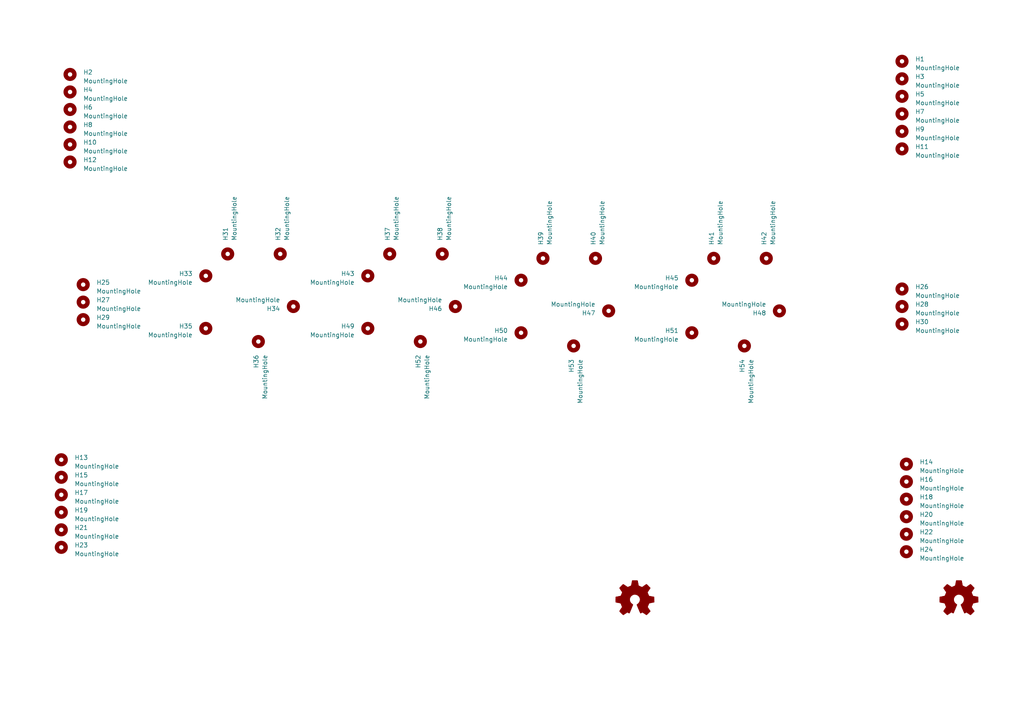
<source format=kicad_sch>
(kicad_sch (version 20210126) (generator eeschema)
  (paper "A4")
  (lib_symbols
    (symbol "Graphic:Logo_Open_Hardware_Small" (pin_names (offset 1.016))
      (symbol "Logo_Open_Hardware_Small_0_1"
        (polyline (pts (xy 3.3528 -4.3434) (xy 3.302 -4.318) (xy 3.175 -4.2418) (xy 2.9972 -4.1148) (xy 2.7686 -3.9624) (xy 2.54 -3.81) (xy 2.3622 -3.7084) (xy 2.2352 -3.6068) (xy 2.1844 -3.5814) (xy 2.159 -3.6068) (xy 2.0574 -3.6576) (xy 1.905 -3.7338) (xy 1.8034 -3.7846) (xy 1.6764 -3.8354) (xy 1.6002 -3.8354) (xy 1.6002 -3.8354) (xy 1.5494 -3.7338) (xy 1.4732 -3.5306) (xy 1.3462 -3.302) (xy 1.2446 -3.0226) (xy 1.1176 -2.7178) (xy 0.9652 -2.413) (xy 0.8636 -2.1082) (xy 0.7366 -1.8288) (xy 0.6604 -1.6256) (xy 0.6096 -1.4732) (xy 0.5842 -1.397) (xy 0.5842 -1.397) (xy 0.6604 -1.3208) (xy 0.7874 -1.2446) (xy 1.0414 -1.016) (xy 1.2954 -0.6858) (xy 1.4478 -0.3302) (xy 1.524 0.0762) (xy 1.4732 0.4572) (xy 1.3208 0.8128) (xy 1.0668 1.143) (xy 0.762 1.3716) (xy 0.4064 1.524) (xy 0 1.5748) (xy -0.381 1.5494) (xy -0.7366 1.397) (xy -1.0668 1.143) (xy -1.2192 0.9906) (xy -1.397 0.6604) (xy -1.524 0.3048) (xy -1.524 0.2286) (xy -1.4986 -0.1778) (xy -1.397 -0.5334) (xy -1.1938 -0.8636) (xy -0.9144 -1.143) (xy -0.8636 -1.1684) (xy -0.7366 -1.27) (xy -0.635 -1.3462) (xy -0.5842 -1.397) (xy -1.0668 -2.5908) (xy -1.143 -2.794) (xy -1.2954 -3.1242) (xy -1.397 -3.4036) (xy -1.4986 -3.6322) (xy -1.5748 -3.7846) (xy -1.6002 -3.8354) (xy -1.6002 -3.8354) (xy -1.651 -3.8354) (xy -1.7272 -3.81) (xy -1.905 -3.7338) (xy -2.0066 -3.683) (xy -2.1336 -3.6068) (xy -2.2098 -3.5814) (xy -2.2606 -3.6068) (xy -2.3622 -3.683) (xy -2.54 -3.81) (xy -2.7686 -3.9624) (xy -2.9718 -4.0894) (xy -3.1496 -4.2164) (xy -3.302 -4.318) (xy -3.3528 -4.3434) (xy -3.3782 -4.3434) (xy -3.429 -4.318) (xy -3.5306 -4.2164) (xy -3.7084 -4.064) (xy -3.937 -3.8354) (xy -3.9624 -3.81) (xy -4.1656 -3.6068) (xy -4.318 -3.4544) (xy -4.4196 -3.3274) (xy -4.445 -3.2766) (xy -4.445 -3.2766) (xy -4.4196 -3.2258) (xy -4.318 -3.0734) (xy -4.2164 -2.8956) (xy -4.064 -2.667) (xy -3.6576 -2.0828) (xy -3.8862 -1.5494) (xy -3.937 -1.3716) (xy -4.0386 -1.1684) (xy -4.0894 -1.0414) (xy -4.1148 -0.9652) (xy -4.191 -0.9398) (xy -4.318 -0.9144) (xy -4.5466 -0.8636) (xy -4.8006 -0.8128) (xy -5.0546 -0.7874) (xy -5.2578 -0.7366) (xy -5.4356 -0.7112) (xy -5.5118 -0.6858) (xy -5.5118 -0.6858) (xy -5.5372 -0.635) (xy -5.5372 -0.5588) (xy -5.5372 -0.4318) (xy -5.5626 -0.2286) (xy -5.5626 0.0762) (xy -5.5626 0.127) (xy -5.5372 0.4064) (xy -5.5372 0.635) (xy -5.5372 0.762) (xy -5.5372 0.8382) (xy -5.5372 0.8382) (xy -5.461 0.8382) (xy -5.3086 0.889) (xy -5.08 0.9144) (xy -4.826 0.9652) (xy -4.8006 0.9906) (xy -4.5466 1.0414) (xy -4.318 1.0668) (xy -4.1656 1.1176) (xy -4.0894 1.143) (xy -4.0894 1.143) (xy -4.0386 1.2446) (xy -3.9624 1.4224) (xy -3.8608 1.6256) (xy -3.7846 1.8288) (xy -3.7084 2.0066) (xy -3.6576 2.159) (xy -3.6322 2.2098) (xy -3.6322 2.2098) (xy -3.683 2.286) (xy -3.7592 2.413) (xy -3.8862 2.5908) (xy -4.064 2.8194) (xy -4.064 2.8448) (xy -4.2164 3.0734) (xy -4.3434 3.2512) (xy -4.4196 3.3782) (xy -4.445 3.4544) (xy -4.445 3.4544) (xy -4.3942 3.5052) (xy -4.2926 3.6322) (xy -4.1148 3.81) (xy -3.937 4.0132) (xy -3.8608 4.064) (xy -3.6576 4.2926) (xy -3.5052 4.4196) (xy -3.4036 4.4958) (xy -3.3528 4.5212) (xy -3.3528 4.5212) (xy -3.302 4.4704) (xy -3.1496 4.3688) (xy -2.9718 4.2418) (xy -2.7432 4.0894) (xy -2.7178 4.0894) (xy -2.4892 3.937) (xy -2.3114 3.81) (xy -2.1844 3.7084) (xy -2.1336 3.683) (xy -2.1082 3.683) (xy -2.032 3.7084) (xy -1.8542 3.7592) (xy -1.6764 3.8354) (xy -1.4732 3.937) (xy -1.27 4.0132) (xy -1.143 4.064) (xy -1.0668 4.1148) (xy -1.0668 4.1148) (xy -1.0414 4.191) (xy -1.016 4.3434) (xy -0.9652 4.572) (xy -0.9144 4.8514) (xy -0.889 4.9022) (xy -0.8382 5.1562) (xy -0.8128 5.3848) (xy -0.7874 5.5372) (xy -0.762 5.588) (xy -0.7112 5.6134) (xy -0.5842 5.6134) (xy -0.4064 5.6134) (xy -0.1524 5.6134) (xy 0.0762 5.6134) (xy 0.3302 5.6134) (xy 0.5334 5.6134) (xy 0.6858 5.588) (xy 0.7366 5.588) (xy 0.7366 5.588) (xy 0.762 5.5118) (xy 0.8128 5.334) (xy 0.8382 5.1054) (xy 0.9144 4.826) (xy 0.9144 4.7752) (xy 0.9652 4.5212) (xy 1.016 4.2926) (xy 1.0414 4.1402) (xy 1.0668 4.0894) (xy 1.0668 4.0894) (xy 1.1938 4.0386) (xy 1.3716 3.9624) (xy 1.5748 3.8608) (xy 2.0828 3.6576) (xy 2.7178 4.0894) (xy 2.7686 4.1402) (xy 2.9972 4.2926) (xy 3.175 4.4196) (xy 3.302 4.4958) (xy 3.3782 4.5212) (xy 3.3782 4.5212) (xy 3.429 4.4704) (xy 3.556 4.3434) (xy 3.7338 4.191) (xy 3.9116 3.9878) (xy 4.064 3.8354) (xy 4.2418 3.6576) (xy 4.3434 3.556) (xy 4.4196 3.4798) (xy 4.4196 3.429) (xy 4.4196 3.4036) (xy 4.3942 3.3274) (xy 4.2926 3.2004) (xy 4.1656 2.9972) (xy 4.0132 2.794) (xy 3.8862 2.5908) (xy 3.7592 2.3876) (xy 3.6576 2.2352) (xy 3.6322 2.159) (xy 3.6322 2.1336) (xy 3.683 2.0066) (xy 3.7592 1.8288) (xy 3.8608 1.6002) (xy 4.064 1.1176) (xy 4.3942 1.0414) (xy 4.5974 1.016) (xy 4.8768 0.9652) (xy 5.1308 0.9144) (xy 5.5372 0.8382) (xy 5.5626 -0.6604) (xy 5.4864 -0.6858) (xy 5.4356 -0.6858) (xy 5.2832 -0.7366) (xy 5.0546 -0.762) (xy 4.8006 -0.8128) (xy 4.5974 -0.8636) (xy 4.3688 -0.9144) (xy 4.2164 -0.9398) (xy 4.1402 -0.9398) (xy 4.1148 -0.9652) (xy 4.064 -1.0668) (xy 3.9878 -1.2446) (xy 3.9116 -1.4478) (xy 3.81 -1.651) (xy 3.7338 -1.8542) (xy 3.683 -2.0066) (xy 3.6576 -2.0828) (xy 3.683 -2.1336) (xy 3.7846 -2.2606) (xy 3.8862 -2.4638) (xy 4.0386 -2.667) (xy 4.191 -2.8956) (xy 4.318 -3.0734) (xy 4.3942 -3.2004) (xy 4.445 -3.2766) (xy 4.4196 -3.3274) (xy 4.3434 -3.429) (xy 4.1656 -3.5814) (xy 3.937 -3.8354) (xy 3.8862 -3.8608) (xy 3.683 -4.064) (xy 3.5306 -4.2164) (xy 3.4036 -4.318) (xy 3.3528 -4.3434)) (fill (type outline)))
      )
    )
    (symbol "Mechanical:MountingHole" (pin_names (offset 1.016))
      (property "Reference" "H" (at 0 5.08 0))
      (property "Value" "MountingHole" (at 0 3.175 0))
      (symbol "MountingHole_0_1"
        (circle (center 0 0) (radius 1.27) (stroke (width 1.27)))
      )
    )
  )
  (symbol (lib_id "Mechanical:MountingHole") (at 17.78 133.35 0) (unit 1)
    (property "Reference" "H13" (at 21.59 132.7149 0) (effects (justify left)))
    (property "Value" "MountingHole" (at 21.59 135.2549 0) (effects (justify left)))
    (property "Footprint" "custom_footprints:MountingHole_1.0mm" (effects hide))
  )
  (symbol (lib_id "Mechanical:MountingHole") (at 17.78 138.43 0) (unit 1)
    (property "Reference" "H15" (at 21.59 137.7949 0) (effects (justify left)))
    (property "Value" "MountingHole" (at 21.59 140.3349 0) (effects (justify left)))
    (property "Footprint" "custom_footprints:MountingHole_1.0mm" (effects hide))
  )
  (symbol (lib_id "Mechanical:MountingHole") (at 17.78 143.51 0) (unit 1)
    (property "Reference" "H17" (at 21.59 142.8749 0) (effects (justify left)))
    (property "Value" "MountingHole" (at 21.59 145.4149 0) (effects (justify left)))
    (property "Footprint" "custom_footprints:MountingHole_1.0mm" (effects hide))
  )
  (symbol (lib_id "Mechanical:MountingHole") (at 17.78 148.59 0) (unit 1)
    (property "Reference" "H19" (at 21.59 147.9549 0) (effects (justify left)))
    (property "Value" "MountingHole" (at 21.59 150.4949 0) (effects (justify left)))
    (property "Footprint" "custom_footprints:MountingHole_1.0mm" (effects hide))
  )
  (symbol (lib_id "Mechanical:MountingHole") (at 17.78 153.67 0) (unit 1)
    (property "Reference" "H21" (at 21.59 153.0349 0) (effects (justify left)))
    (property "Value" "MountingHole" (at 21.59 155.5749 0) (effects (justify left)))
    (property "Footprint" "custom_footprints:MountingHole_1.0mm" (effects hide))
  )
  (symbol (lib_id "Mechanical:MountingHole") (at 17.78 158.75 0) (unit 1)
    (property "Reference" "H23" (at 21.59 158.1149 0) (effects (justify left)))
    (property "Value" "MountingHole" (at 21.59 160.6549 0) (effects (justify left)))
    (property "Footprint" "custom_footprints:MountingHole_1.0mm" (effects hide))
  )
  (symbol (lib_id "Mechanical:MountingHole") (at 20.32 21.59 0) (unit 1)
    (property "Reference" "H2" (at 24.13 20.9549 0) (effects (justify left)))
    (property "Value" "MountingHole" (at 24.13 23.4949 0) (effects (justify left)))
    (property "Footprint" "custom_footprints:MountingHole_1.0mm" (effects hide))
  )
  (symbol (lib_id "Mechanical:MountingHole") (at 20.32 26.67 0) (unit 1)
    (property "Reference" "H4" (at 24.13 26.0349 0) (effects (justify left)))
    (property "Value" "MountingHole" (at 24.13 28.5749 0) (effects (justify left)))
    (property "Footprint" "custom_footprints:MountingHole_1.0mm" (effects hide))
  )
  (symbol (lib_id "Mechanical:MountingHole") (at 20.32 31.75 0) (unit 1)
    (property "Reference" "H6" (at 24.13 31.1149 0) (effects (justify left)))
    (property "Value" "MountingHole" (at 24.13 33.6549 0) (effects (justify left)))
    (property "Footprint" "custom_footprints:MountingHole_1.0mm" (effects hide))
  )
  (symbol (lib_id "Mechanical:MountingHole") (at 20.32 36.83 0) (unit 1)
    (property "Reference" "H8" (at 24.13 36.1949 0) (effects (justify left)))
    (property "Value" "MountingHole" (at 24.13 38.7349 0) (effects (justify left)))
    (property "Footprint" "custom_footprints:MountingHole_1.0mm" (effects hide))
  )
  (symbol (lib_id "Mechanical:MountingHole") (at 20.32 41.91 0) (unit 1)
    (property "Reference" "H10" (at 24.13 41.2749 0) (effects (justify left)))
    (property "Value" "MountingHole" (at 24.13 43.8149 0) (effects (justify left)))
    (property "Footprint" "custom_footprints:MountingHole_1.0mm" (effects hide))
  )
  (symbol (lib_id "Mechanical:MountingHole") (at 20.32 46.99 0) (unit 1)
    (property "Reference" "H12" (at 24.13 46.3549 0) (effects (justify left)))
    (property "Value" "MountingHole" (at 24.13 48.8949 0) (effects (justify left)))
    (property "Footprint" "custom_footprints:MountingHole_1.0mm" (effects hide))
  )
  (symbol (lib_id "Mechanical:MountingHole") (at 24.13 82.55 0) (unit 1)
    (property "Reference" "H25" (at 27.94 81.9149 0) (effects (justify left)))
    (property "Value" "MountingHole" (at 27.94 84.4549 0) (effects (justify left)))
    (property "Footprint" "custom_footprints:MountingHole_3.45mm" (effects hide))
  )
  (symbol (lib_id "Mechanical:MountingHole") (at 24.13 87.63 0) (unit 1)
    (property "Reference" "H27" (at 27.94 86.9949 0) (effects (justify left)))
    (property "Value" "MountingHole" (at 27.94 89.5349 0) (effects (justify left)))
    (property "Footprint" "MountingHole:MountingHole_5.5mm" (effects hide))
  )
  (symbol (lib_id "Mechanical:MountingHole") (at 24.13 92.71 0) (unit 1)
    (property "Reference" "H29" (at 27.94 92.0749 0) (effects (justify left)))
    (property "Value" "MountingHole" (at 27.94 94.6149 0) (effects (justify left)))
    (property "Footprint" "custom_footprints:MountingHole_3.45mm" (effects hide))
  )
  (symbol (lib_id "Mechanical:MountingHole") (at 59.69 80.01 0) (mirror y) (unit 1)
    (property "Reference" "H33" (at 55.88 79.3749 0) (effects (justify left)))
    (property "Value" "MountingHole" (at 55.88 81.9149 0) (effects (justify left)))
    (property "Footprint" "custom_footprints:MountingHole_3.15mm" (effects hide))
  )
  (symbol (lib_id "Mechanical:MountingHole") (at 59.69 95.25 0) (mirror y) (unit 1)
    (property "Reference" "H35" (at 55.88 94.6149 0) (effects (justify left)))
    (property "Value" "MountingHole" (at 55.88 97.1549 0) (effects (justify left)))
    (property "Footprint" "custom_footprints:MountingHole_3.15mm" (effects hide))
  )
  (symbol (lib_id "Mechanical:MountingHole") (at 66.04 73.66 90) (unit 1)
    (property "Reference" "H31" (at 65.4049 69.85 0) (effects (justify left)))
    (property "Value" "MountingHole" (at 67.9449 69.85 0) (effects (justify left)))
    (property "Footprint" "custom_footprints:MountingHole_3.15mm" (effects hide))
  )
  (symbol (lib_id "Mechanical:MountingHole") (at 74.93 99.06 0) (unit 1)
    (property "Reference" "H36" (at 74.2949 102.87 90) (effects (justify right)))
    (property "Value" "MountingHole" (at 76.8349 102.87 90) (effects (justify right)))
    (property "Footprint" "custom_footprints:MountingHole_8.0mm" (effects hide))
  )
  (symbol (lib_id "Mechanical:MountingHole") (at 81.28 73.66 90) (unit 1)
    (property "Reference" "H32" (at 80.6449 69.85 0) (effects (justify left)))
    (property "Value" "MountingHole" (at 83.1849 69.85 0) (effects (justify left)))
    (property "Footprint" "custom_footprints:MountingHole_3.15mm" (effects hide))
  )
  (symbol (lib_id "Mechanical:MountingHole") (at 85.09 88.9 180) (unit 1)
    (property "Reference" "H34" (at 81.28 89.5351 0) (effects (justify left)))
    (property "Value" "MountingHole" (at 81.28 86.9951 0) (effects (justify left)))
    (property "Footprint" "custom_footprints:MountingHole_8.0mm" (effects hide))
  )
  (symbol (lib_id "Mechanical:MountingHole") (at 106.68 80.01 0) (mirror y) (unit 1)
    (property "Reference" "H43" (at 102.87 79.3749 0) (effects (justify left)))
    (property "Value" "MountingHole" (at 102.87 81.9149 0) (effects (justify left)))
    (property "Footprint" "custom_footprints:MountingHole_3.15mm" (effects hide))
  )
  (symbol (lib_id "Mechanical:MountingHole") (at 106.68 95.25 0) (mirror y) (unit 1)
    (property "Reference" "H49" (at 102.87 94.6149 0) (effects (justify left)))
    (property "Value" "MountingHole" (at 102.87 97.1549 0) (effects (justify left)))
    (property "Footprint" "custom_footprints:MountingHole_3.15mm" (effects hide))
  )
  (symbol (lib_id "Mechanical:MountingHole") (at 113.03 73.66 90) (unit 1)
    (property "Reference" "H37" (at 112.3949 69.85 0) (effects (justify left)))
    (property "Value" "MountingHole" (at 114.9349 69.85 0) (effects (justify left)))
    (property "Footprint" "custom_footprints:MountingHole_3.15mm" (effects hide))
  )
  (symbol (lib_id "Mechanical:MountingHole") (at 121.92 99.06 0) (unit 1)
    (property "Reference" "H52" (at 121.2849 102.87 90) (effects (justify right)))
    (property "Value" "MountingHole" (at 123.8249 102.87 90) (effects (justify right)))
    (property "Footprint" "custom_footprints:MountingHole_8.0mm" (effects hide))
  )
  (symbol (lib_id "Mechanical:MountingHole") (at 128.27 73.66 90) (unit 1)
    (property "Reference" "H38" (at 127.6349 69.85 0) (effects (justify left)))
    (property "Value" "MountingHole" (at 130.1749 69.85 0) (effects (justify left)))
    (property "Footprint" "custom_footprints:MountingHole_3.15mm" (effects hide))
  )
  (symbol (lib_id "Mechanical:MountingHole") (at 132.08 88.9 180) (unit 1)
    (property "Reference" "H46" (at 128.27 89.5351 0) (effects (justify left)))
    (property "Value" "MountingHole" (at 128.27 86.9951 0) (effects (justify left)))
    (property "Footprint" "custom_footprints:MountingHole_8.0mm" (effects hide))
  )
  (symbol (lib_id "Mechanical:MountingHole") (at 151.13 81.28 0) (mirror y) (unit 1)
    (property "Reference" "H44" (at 147.32 80.6449 0) (effects (justify left)))
    (property "Value" "MountingHole" (at 147.32 83.1849 0) (effects (justify left)))
    (property "Footprint" "custom_footprints:MountingHole_3.15mm" (effects hide))
  )
  (symbol (lib_id "Mechanical:MountingHole") (at 151.13 96.52 0) (mirror y) (unit 1)
    (property "Reference" "H50" (at 147.32 95.8849 0) (effects (justify left)))
    (property "Value" "MountingHole" (at 147.32 98.4249 0) (effects (justify left)))
    (property "Footprint" "custom_footprints:MountingHole_3.15mm" (effects hide))
  )
  (symbol (lib_id "Mechanical:MountingHole") (at 157.48 74.93 90) (unit 1)
    (property "Reference" "H39" (at 156.8449 71.12 0) (effects (justify left)))
    (property "Value" "MountingHole" (at 159.3849 71.12 0) (effects (justify left)))
    (property "Footprint" "custom_footprints:MountingHole_3.15mm" (effects hide))
  )
  (symbol (lib_id "Mechanical:MountingHole") (at 166.37 100.33 0) (unit 1)
    (property "Reference" "H53" (at 165.7349 104.14 90) (effects (justify right)))
    (property "Value" "MountingHole" (at 168.2749 104.14 90) (effects (justify right)))
    (property "Footprint" "custom_footprints:MountingHole_8.0mm" (effects hide))
  )
  (symbol (lib_id "Mechanical:MountingHole") (at 172.72 74.93 90) (unit 1)
    (property "Reference" "H40" (at 172.0849 71.12 0) (effects (justify left)))
    (property "Value" "MountingHole" (at 174.6249 71.12 0) (effects (justify left)))
    (property "Footprint" "custom_footprints:MountingHole_3.15mm" (effects hide))
  )
  (symbol (lib_id "Mechanical:MountingHole") (at 176.53 90.17 180) (unit 1)
    (property "Reference" "H47" (at 172.72 90.8051 0) (effects (justify left)))
    (property "Value" "MountingHole" (at 172.72 88.2651 0) (effects (justify left)))
    (property "Footprint" "custom_footprints:MountingHole_8.0mm" (effects hide))
  )
  (symbol (lib_id "Mechanical:MountingHole") (at 200.66 81.28 0) (mirror y) (unit 1)
    (property "Reference" "H45" (at 196.85 80.6449 0) (effects (justify left)))
    (property "Value" "MountingHole" (at 196.85 83.1849 0) (effects (justify left)))
    (property "Footprint" "custom_footprints:MountingHole_3.15mm" (effects hide))
  )
  (symbol (lib_id "Mechanical:MountingHole") (at 200.66 96.52 0) (mirror y) (unit 1)
    (property "Reference" "H51" (at 196.85 95.8849 0) (effects (justify left)))
    (property "Value" "MountingHole" (at 196.85 98.4249 0) (effects (justify left)))
    (property "Footprint" "custom_footprints:MountingHole_3.15mm" (effects hide))
  )
  (symbol (lib_id "Mechanical:MountingHole") (at 207.01 74.93 90) (unit 1)
    (property "Reference" "H41" (at 206.3749 71.12 0) (effects (justify left)))
    (property "Value" "MountingHole" (at 208.9149 71.12 0) (effects (justify left)))
    (property "Footprint" "custom_footprints:MountingHole_3.15mm" (effects hide))
  )
  (symbol (lib_id "Mechanical:MountingHole") (at 215.9 100.33 0) (unit 1)
    (property "Reference" "H54" (at 215.2649 104.14 90) (effects (justify right)))
    (property "Value" "MountingHole" (at 217.8049 104.14 90) (effects (justify right)))
    (property "Footprint" "custom_footprints:MountingHole_8.0mm" (effects hide))
  )
  (symbol (lib_id "Mechanical:MountingHole") (at 222.25 74.93 90) (unit 1)
    (property "Reference" "H42" (at 221.6149 71.12 0) (effects (justify left)))
    (property "Value" "MountingHole" (at 224.1549 71.12 0) (effects (justify left)))
    (property "Footprint" "custom_footprints:MountingHole_3.15mm" (effects hide))
  )
  (symbol (lib_id "Mechanical:MountingHole") (at 226.06 90.17 180) (unit 1)
    (property "Reference" "H48" (at 222.25 90.8051 0) (effects (justify left)))
    (property "Value" "MountingHole" (at 222.25 88.2651 0) (effects (justify left)))
    (property "Footprint" "custom_footprints:MountingHole_8.0mm" (effects hide))
  )
  (symbol (lib_id "Mechanical:MountingHole") (at 261.62 17.78 0) (unit 1)
    (property "Reference" "H1" (at 265.43 17.1449 0) (effects (justify left)))
    (property "Value" "MountingHole" (at 265.43 19.6849 0) (effects (justify left)))
    (property "Footprint" "custom_footprints:MountingHole_1.0mm" (effects hide))
  )
  (symbol (lib_id "Mechanical:MountingHole") (at 261.62 22.86 0) (unit 1)
    (property "Reference" "H3" (at 265.43 22.2249 0) (effects (justify left)))
    (property "Value" "MountingHole" (at 265.43 24.7649 0) (effects (justify left)))
    (property "Footprint" "custom_footprints:MountingHole_1.0mm" (effects hide))
  )
  (symbol (lib_id "Mechanical:MountingHole") (at 261.62 27.94 0) (unit 1)
    (property "Reference" "H5" (at 265.43 27.3049 0) (effects (justify left)))
    (property "Value" "MountingHole" (at 265.43 29.8449 0) (effects (justify left)))
    (property "Footprint" "custom_footprints:MountingHole_1.0mm" (effects hide))
  )
  (symbol (lib_id "Mechanical:MountingHole") (at 261.62 33.02 0) (unit 1)
    (property "Reference" "H7" (at 265.43 32.3849 0) (effects (justify left)))
    (property "Value" "MountingHole" (at 265.43 34.9249 0) (effects (justify left)))
    (property "Footprint" "custom_footprints:MountingHole_1.0mm" (effects hide))
  )
  (symbol (lib_id "Mechanical:MountingHole") (at 261.62 38.1 0) (unit 1)
    (property "Reference" "H9" (at 265.43 37.4649 0) (effects (justify left)))
    (property "Value" "MountingHole" (at 265.43 40.0049 0) (effects (justify left)))
    (property "Footprint" "custom_footprints:MountingHole_1.0mm" (effects hide))
  )
  (symbol (lib_id "Mechanical:MountingHole") (at 261.62 43.18 0) (unit 1)
    (property "Reference" "H11" (at 265.43 42.5449 0) (effects (justify left)))
    (property "Value" "MountingHole" (at 265.43 45.0849 0) (effects (justify left)))
    (property "Footprint" "custom_footprints:MountingHole_1.0mm" (effects hide))
  )
  (symbol (lib_id "Mechanical:MountingHole") (at 261.62 83.82 0) (unit 1)
    (property "Reference" "H26" (at 265.43 83.1849 0) (effects (justify left)))
    (property "Value" "MountingHole" (at 265.43 85.7249 0) (effects (justify left)))
    (property "Footprint" "custom_footprints:MountingHole_3.45mm" (effects hide))
  )
  (symbol (lib_id "Mechanical:MountingHole") (at 261.62 88.9 0) (unit 1)
    (property "Reference" "H28" (at 265.43 88.2649 0) (effects (justify left)))
    (property "Value" "MountingHole" (at 265.43 90.8049 0) (effects (justify left)))
    (property "Footprint" "MountingHole:MountingHole_5.5mm" (effects hide))
  )
  (symbol (lib_id "Mechanical:MountingHole") (at 261.62 93.98 0) (unit 1)
    (property "Reference" "H30" (at 265.43 93.3449 0) (effects (justify left)))
    (property "Value" "MountingHole" (at 265.43 95.8849 0) (effects (justify left)))
    (property "Footprint" "custom_footprints:MountingHole_3.45mm" (effects hide))
  )
  (symbol (lib_id "Mechanical:MountingHole") (at 262.89 134.62 0) (unit 1)
    (property "Reference" "H14" (at 266.7 133.9849 0) (effects (justify left)))
    (property "Value" "MountingHole" (at 266.7 136.5249 0) (effects (justify left)))
    (property "Footprint" "custom_footprints:MountingHole_1.0mm" (effects hide))
  )
  (symbol (lib_id "Mechanical:MountingHole") (at 262.89 139.7 0) (unit 1)
    (property "Reference" "H16" (at 266.7 139.0649 0) (effects (justify left)))
    (property "Value" "MountingHole" (at 266.7 141.6049 0) (effects (justify left)))
    (property "Footprint" "custom_footprints:MountingHole_1.0mm" (effects hide))
  )
  (symbol (lib_id "Mechanical:MountingHole") (at 262.89 144.78 0) (unit 1)
    (property "Reference" "H18" (at 266.7 144.1449 0) (effects (justify left)))
    (property "Value" "MountingHole" (at 266.7 146.6849 0) (effects (justify left)))
    (property "Footprint" "custom_footprints:MountingHole_1.0mm" (effects hide))
  )
  (symbol (lib_id "Mechanical:MountingHole") (at 262.89 149.86 0) (unit 1)
    (property "Reference" "H20" (at 266.7 149.2249 0) (effects (justify left)))
    (property "Value" "MountingHole" (at 266.7 151.7649 0) (effects (justify left)))
    (property "Footprint" "custom_footprints:MountingHole_1.0mm" (effects hide))
  )
  (symbol (lib_id "Mechanical:MountingHole") (at 262.89 154.94 0) (unit 1)
    (property "Reference" "H22" (at 266.7 154.3049 0) (effects (justify left)))
    (property "Value" "MountingHole" (at 266.7 156.8449 0) (effects (justify left)))
    (property "Footprint" "custom_footprints:MountingHole_1.0mm" (effects hide))
  )
  (symbol (lib_id "Mechanical:MountingHole") (at 262.89 160.02 0) (unit 1)
    (property "Reference" "H24" (at 266.7 159.3849 0) (effects (justify left)))
    (property "Value" "MountingHole" (at 266.7 161.9249 0) (effects (justify left)))
    (property "Footprint" "custom_footprints:MountingHole_1.0mm" (effects hide))
  )
  (symbol (lib_id "Graphic:Logo_Open_Hardware_Small") (at 184.15 173.99 0) (unit 1)
    (property "Reference" "LOGO1" (effects hide))
    (property "Value" "Logo_Open_Hardware_Small" (effects hide))
    (property "Footprint" "custom_footprints:logo" (effects hide))
  )
  (symbol (lib_id "Graphic:Logo_Open_Hardware_Small") (at 278.13 173.99 0) (unit 1)
    (property "Reference" "LOGO2" (effects hide))
    (property "Value" "Logo_Open_Hardware_Small" (effects hide))
    (property "Footprint" "custom_footprints:logo" (effects hide))
  )
)
</source>
